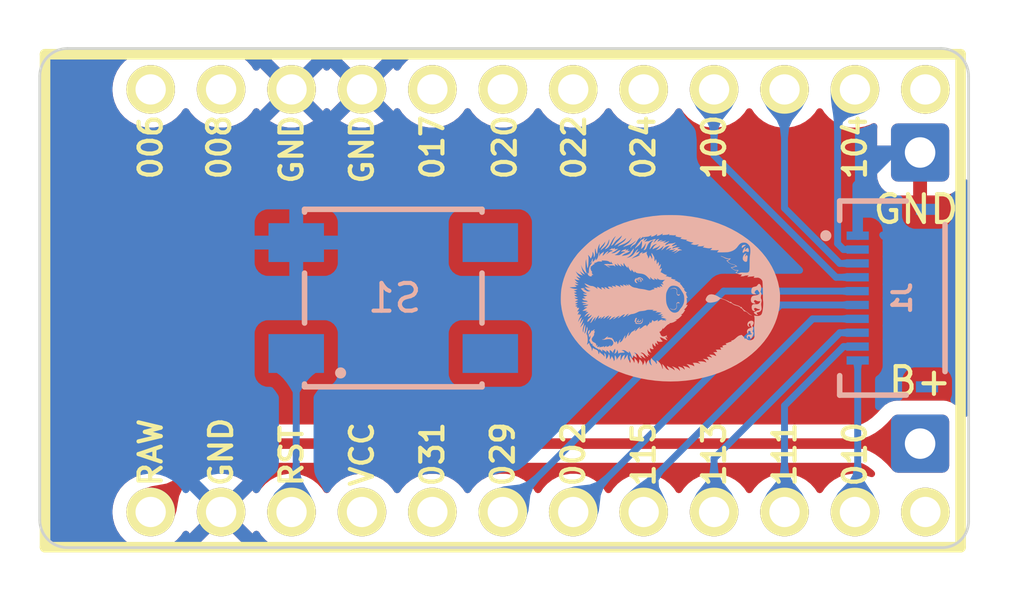
<source format=kicad_pcb>
(kicad_pcb (version 20221018) (generator pcbnew)
  (layers (0 "F.Cu" signal) (31 "B.Cu" signal) (34 "B.Paste" user) (35 "F.Paste" user) (36 "B.SilkS" user "B.Silkscreen") (37 "F.SilkS" user "F.Silkscreen") (38 "B.Mask" user) (39 "F.Mask" user) (44 "Edge.Cuts" user))
  (net 0 "")
  (net 1 "Column1")
  (net 2 "Column2")
  (net 3 "Column3")
  (net 4 "Column4")
  (net 5 "Column5")
  (net 6 "Column6")
  (net 7 "Row3")
  (net 8 "Row2")
  (net 9 "Row1")
  (net 10 "GND")
  (net 11 "B+")
  (net 12 "Net-(U1-RST)")
  (footprint "nice_nano:nice_nano" (layer "F.Cu") (at 113.97 109.095)
    (fp_text reference "U1" hide)
    (fp_text value "nice_nano" hide)
    (fp_text user "GND" (at -4.89 -5.461 90) (layer "F.SilkS") (effects (font (size 0.8 0.8))))
    (fp_text user "RAW" (at -9.97 5.473715 90) (layer "F.SilkS") (effects (font (size 0.8 0.8))))
    (fp_text user "029" (at 2.73 5.537191 90) (layer "F.SilkS") (effects (font (size 0.8 0.8))))
    (fp_text user "022" (at 5.3 -5.53719 90) (layer "F.SilkS") (effects (font (size 0.8 0.8))))
    (fp_text user "GND" (at -2.35 -5.461 90) (layer "F.SilkS") (effects (font (size 0.8 0.8))))
    (fp_text user "020" (at 2.8 -5.53719 90) (layer "F.SilkS") (effects (font (size 0.8 0.8))))
    (fp_text user "GND" (at -7.43 5.454667 90) (layer "F.SilkS") (effects (font (size 0.8 0.8))))
    (fp_text user "113" (at 10.35 5.537191 90) (layer "F.SilkS") (effects (font (size 0.8 0.8))))
    (fp_text user "100" (at 10.35 -5.53719 90) (layer "F.SilkS") (effects (font (size 0.8 0.8))))
    (fp_text user "002" (at 5.27 5.537191 90) (layer "F.SilkS") (effects (font (size 0.8 0.8))))
    (fp_text user "VCC" (at -2.35 5.537191 90) (layer "F.SilkS") (effects (font (size 0.8 0.8))))
    (fp_text user "010" (at 15.43 5.537191 90) (layer "F.SilkS") (effects (font (size 0.8 0.8))))
    (fp_text user "104" (at 15.43 -5.53719 90) (layer "F.SilkS") (effects (font (size 0.8 0.8))))
    (fp_text user "111" (at 12.89 5.537191 90) (layer "F.SilkS") (effects (font (size 0.8 0.8))))
    (fp_text user "RST" (at -4.89 5.588 90) (layer "F.SilkS") (effects (font (size 0.8 0.8))))
    (fp_text user "115" (at 7.81 5.537191 90) (layer "F.SilkS") (effects (font (size 0.8 0.8))))
    (fp_text user "031" (at 0.19 5.537191 90) (layer "F.SilkS") (effects (font (size 0.8 0.8))))
    (fp_text user "008" (at -7.5 -5.53719 90) (layer "F.SilkS") (effects (font (size 0.8 0.8))))
    (fp_text user "017" (at 0.19 -5.53719 90) (layer "F.SilkS") (effects (font (size 0.8 0.8))))
    (fp_text user "024" (at 7.8 -5.53719 90) (layer "F.SilkS") (effects (font (size 0.8 0.8))))
    (fp_text user "006" (at -9.97 -5.53719 90) (layer "F.SilkS") (effects (font (size 0.8 0.8))))
    (pad "1" thru_hole circle (at -9.97 -7.62 180) (size 1.7526 1.7526) (drill 1.0922) (layers "*.Cu" "*.Mask" "F.SilkS"))
    (pad "2" thru_hole circle (at -7.43 -7.62 180) (size 1.7526 1.7526) (drill 1.0922) (layers "*.Cu" "*.Mask" "F.SilkS"))
    (pad "3" thru_hole circle (at -4.89 -7.62 180) (size 1.7526 1.7526) (drill 1.0922) (layers "*.Cu" "*.Mask" "F.SilkS") (net 10 "GND"))
    (pad "4" thru_hole circle (at -2.35 -7.62 180) (size 1.7526 1.7526) (drill 1.0922) (layers "*.Cu" "*.Mask" "F.SilkS") (net 10 "GND"))
    (pad "5" thru_hole circle (at 0.19 -7.62 180) (size 1.7526 1.7526) (drill 1.0922) (layers "*.Cu" "*.Mask" "F.SilkS"))
    (pad "6" thru_hole circle (at 2.73 -7.62 180) (size 1.7526 1.7526) (drill 1.0922) (layers "*.Cu" "*.Mask" "F.SilkS"))
    (pad "7" thru_hole circle (at 5.27 -7.62 180) (size 1.7526 1.7526) (drill 1.0922) (layers "*.Cu" "*.Mask" "F.SilkS"))
    (pad "8" thru_hole circle (at 7.81 -7.62 180) (size 1.7526 1.7526) (drill 1.0922) (layers "*.Cu" "*.Mask" "F.SilkS"))
    (pad "9" thru_hole circle (at 10.35 -7.62 180) (size 1.7526 1.7526) (drill 1.0922) (layers "*.Cu" "*.Mask" "F.SilkS") (net 7 "Row3"))
    (pad "10" thru_hole circle (at 12.89 -7.62 180) (size 1.7526 1.7526) (drill 1.0922) (layers "*.Cu" "*.Mask" "F.SilkS") (net 8 "Row2"))
    (pad "11" thru_hole circle (at 15.43 -7.62 180) (size 1.7526 1.7526) (drill 1.0922) (layers "*.Cu" "*.Mask" "F.SilkS") (net 9 "Row1"))
    (pad "12" thru_hole circle (at 17.97 -7.62 180) (size 1.7526 1.7526) (drill 1.0922) (layers "*.Cu" "*.Mask" "F.SilkS"))
    (pad "13" thru_hole circle (at 17.97 7.62 180) (size 1.7526 1.7526) (drill 1.0922) (layers "*.Cu" "*.Mask" "F.SilkS"))
    (pad "14" thru_hole circle (at 15.43 7.62 180) (size 1.7526 1.7526) (drill 1.0922) (layers "*.Cu" "*.Mask" "F.SilkS") (net 6 "Column6"))
    (pad "15" thru_hole circle (at 12.89 7.62 180) (size 1.7526 1.7526) (drill 1.0922) (layers "*.Cu" "*.Mask" "F.SilkS") (net 5 "Column5"))
    (pad "16" thru_hole circle (at 10.35 7.62 180) (size 1.7526 1.7526) (drill 1.0922) (layers "*.Cu" "*.Mask" "F.SilkS") (net 4 "Column4"))
    (pad "17" thru_hole circle (at 7.81 7.62 180) (size 1.7526 1.7526) (drill 1.0922) (layers "*.Cu" "*.Mask" "F.SilkS") (net 3 "Column3"))
    (pad "18" thru_hole circle (at 5.27 7.62 180) (size 1.7526 1.7526) (drill 1.0922) (layers "*.Cu" "*.Mask" "F.SilkS") (net 2 "Column2"))
    (pad "19" thru_hole circle (at 2.73 7.62 180) (size 1.7526 1.7526) (drill 1.0922) (layers "*.Cu" "*.Mask" "F.SilkS") (net 1 "Column1"))
    (pad "20" thru_hole circle (at 0.19 7.62 180) (size 1.7526 1.7526) (drill 1.0922) (layers "*.Cu" "*.Mask" "F.SilkS"))
    (pad "21" thru_hole circle (at -2.35 7.62 180) (size 1.7526 1.7526) (drill 1.0922) (layers "*.Cu" "*.Mask" "F.SilkS"))
    (pad "22" thru_hole circle (at -4.89 7.62 180) (size 1.7526 1.7526) (drill 1.0922) (layers "*.Cu" "*.Mask" "F.SilkS") (net 12 "Net-(U1-RST)"))
    (pad "23" thru_hole circle (at -7.43 7.62 180) (size 1.7526 1.7526) (drill 1.0922) (layers "*.Cu" "*.Mask" "F.SilkS") (net 10 "GND"))
    (pad "24" thru_hole circle (at -9.97 7.62 180) (size 1.7526 1.7526) (drill 1.0922) (layers "*.Cu" "*.Mask" "F.SilkS") (net 11 "B+"))
  )
  (footprint "Connector_Wire:SolderWire-0.5sqmm_1x01_D0.9mm_OD2.1mm" (layer "F.Cu") (at 131.75 114.25)
    (fp_text reference "B+" (at 0 -2.25) (layer "F.SilkS"))
    (fp_text value "B+" hide)
    (pad "1" thru_hole roundrect (at 0 0) (size 2.1 2.1) (drill 1.1) (layers "*.Cu" "*.Mask") (roundrect_rratio 0.119048) (net 11 "B+"))
  )
  (footprint "Connector_Wire:SolderWire-0.5sqmm_1x01_D0.9mm_OD2.1mm" (layer "F.Cu") (at 131.75 103.75)
    (fp_text reference "GND" (at -0.15 2.05) (layer "F.SilkS"))
    (fp_text value "Conn_01x01" hide)
    (pad "1" thru_hole roundrect (at 0 0) (size 2.1 2.1) (drill 1.1) (layers "*.Cu" "*.Mask") (roundrect_rratio 0.119048) (net 10 "GND"))
  )
  (footprint "ResetSwitch:430471035826" (layer "B.Cu") (at 112.75 109)
    (property "VALUE" "430471035826")
    (fp_text reference "S1" (at 0.05 0) (layer "B.SilkS") (effects (justify mirror)))
    (fp_text value "430471035826")
    (pad "1" smd rect (at -3.5 2) (size 2 1.4) (layers "B.Cu" "B.Paste" "B.Mask") (net 12 "Net-(U1-RST)"))
    (pad "2" smd rect (at 3.5 2) (size 2 1.4) (layers "B.Cu" "B.Paste" "B.Mask"))
    (pad "3" smd rect (at -3.5 -2) (size 2 1.4) (layers "B.Cu" "B.Paste" "B.Mask") (net 10 "GND"))
    (pad "4" smd rect (at 3.5 -2) (size 2 1.4) (layers "B.Cu" "B.Paste" "B.Mask"))
  )
  (footprint "art:baby_badger" (layer "B.Cu") (at 122.75 109 -90)
    (fp_text reference "G***" hide)
    (fp_text value "LOGO" hide)
  )
  (footprint "connector:GCT_FFC2B28-10-G" (layer "B.Cu") (at 130.75 109 -90)
    (fp_text reference "J1" (at 0 -0.35 90) (layer "B.SilkS") (effects (font (size 0.64 0.64)) (justify mirror)))
    (fp_text value "Conn_01x10_Socket" hide)
    (pad "1" smd rect (at -2.25 1.25 270) (size 0.3 0.8) (layers "B.Cu" "B.Paste" "B.Mask") (net 10 "GND"))
    (pad "2" smd rect (at -1.75 1.25 270) (size 0.3 0.8) (layers "B.Cu" "B.Paste" "B.Mask") (net 9 "Row1"))
    (pad "3" smd rect (at -1.25 1.25 270) (size 0.3 0.8) (layers "B.Cu" "B.Paste" "B.Mask") (net 8 "Row2"))
    (pad "4" smd rect (at -0.75 1.25 270) (size 0.3 0.8) (layers "B.Cu" "B.Paste" "B.Mask") (net 7 "Row3"))
    (pad "5" smd rect (at -0.25 1.25 270) (size 0.3 0.8) (layers "B.Cu" "B.Paste" "B.Mask") (net 1 "Column1"))
    (pad "6" smd rect (at 0.25 1.25 270) (size 0.3 0.8) (layers "B.Cu" "B.Paste" "B.Mask") (net 2 "Column2"))
    (pad "7" smd rect (at 0.75 1.25 270) (size 0.3 0.8) (layers "B.Cu" "B.Paste" "B.Mask") (net 3 "Column3"))
    (pad "8" smd rect (at 1.25 1.25 270) (size 0.3 0.8) (layers "B.Cu" "B.Paste" "B.Mask") (net 4 "Column4"))
    (pad "9" smd rect (at 1.75 1.25 270) (size 0.3 0.8) (layers "B.Cu" "B.Paste" "B.Mask") (net 5 "Column5"))
    (pad "10" smd rect (at 2.25 1.25 270) (size 0.3 0.8) (layers "B.Cu" "B.Paste" "B.Mask") (net 6 "Column6"))
    (pad "S1" smd rect (at -3.2 -1.25 270) (size 0.4 0.8) (layers "B.Cu" "B.Paste" "B.Mask"))
    (pad "S2" smd rect (at 3.2 -1.25 270) (size 0.4 0.8) (layers "B.Cu" "B.Paste" "B.Mask"))
  )
  (gr_line (start 133.5 101) (end 133.50096 117.042893) (stroke (width 0.1)) (layer "Edge.Cuts"))
  (gr_line (start 101 118) (end 132.5 118) (stroke (width 0.1)) (layer "Edge.Cuts"))
  (gr_line (start 101 100) (end 132.5 100) (stroke (width 0.1)) (layer "Edge.Cuts"))
  (gr_line (start 100 101) (end 100 117) (stroke (width 0.1)) (layer "Edge.Cuts"))
  (gr_arc (start 133.50096 117.042893) (mid 133.20501 117.735348) (end 132.5 117.999999) (stroke (width 0.1)) (layer "Edge.Cuts"))
  (gr_arc (start 132.5 100) (mid 133.207107 100.292893) (end 133.5 101) (stroke (width 0.1)) (layer "Edge.Cuts"))
  (gr_arc (start 100 101) (mid 100.292893 100.292893) (end 101 100) (stroke (width 0.1)) (layer "Edge.Cuts"))
  (gr_arc (start 101 118) (mid 100.292893 117.707107) (end 100 117) (stroke (width 0.1)) (layer "Edge.Cuts"))
  (segment (start 129.5 108.75) (end 124.665 108.75) (width 0.25) (layer "B.Cu") (net 1))
  (segment (start 124.665 108.75) (end 116.7 116.715) (width 0.25) (layer "B.Cu") (net 1))
  (segment (start 129.5 109.25) (end 126.705 109.25) (width 0.25) (layer "B.Cu") (net 2))
  (segment (start 126.705 109.25) (end 119.24 116.715) (width 0.25) (layer "B.Cu") (net 2))
  (segment (start 129.5 109.75) (end 127.8735 109.75) (width 0.25) (layer "B.Cu") (net 3))
  (segment (start 121.78 115.8435) (end 121.78 116.715) (width 0.25) (layer "B.Cu") (net 3))
  (segment (start 127.8735 109.75) (end 121.78 115.8435) (width 0.25) (layer "B.Cu") (net 3))
  (segment (start 124.32 114.783984) (end 124.32 116.715) (width 0.25) (layer "B.Cu") (net 4))
  (segment (start 128.853984 110.25) (end 129.5 110.25) (width 0.25) (layer "B.Cu") (net 4))
  (segment (start 128.853984 110.25) (end 124.32 114.783984) (width 0.25) (layer "B.Cu") (net 4))
  (segment (start 128.99038 110.75) (end 126.86 112.88038) (width 0.25) (layer "B.Cu") (net 5))
  (segment (start 129.5 110.75) (end 128.99038 110.75) (width 0.25) (layer "B.Cu") (net 5))
  (segment (start 126.86 112.88038) (end 126.86 116.715) (width 0.25) (layer "B.Cu") (net 5))
  (segment (start 129.5 111.25) (end 129.5 116.615) (width 0.25) (layer "B.Cu") (net 6))
  (segment (start 129.5 116.615) (end 129.4 116.715) (width 0.25) (layer "B.Cu") (net 6))
  (segment (start 128.717588 108.25) (end 124.32 103.852412) (width 0.25) (layer "B.Cu") (net 7))
  (segment (start 124.32 103.852412) (end 124.32 101.475) (width 0.25) (layer "B.Cu") (net 7))
  (segment (start 129.5 108.25) (end 128.717588 108.25) (width 0.25) (layer "B.Cu") (net 7))
  (segment (start 128.853984 107.75) (end 126.86 105.756016) (width 0.25) (layer "B.Cu") (net 8))
  (segment (start 126.86 105.756016) (end 126.86 101.475) (width 0.25) (layer "B.Cu") (net 8))
  (segment (start 129.5 107.75) (end 128.853984 107.75) (width 0.25) (layer "B.Cu") (net 8))
  (segment (start 129.5 107.25) (end 128.99038 107.25) (width 0.25) (layer "B.Cu") (net 9))
  (segment (start 128.775 102.1) (end 129.4 101.475) (width 0.25) (layer "B.Cu") (net 9))
  (segment (start 128.99038 107.25) (end 128.775 107.03462) (width 0.25) (layer "B.Cu") (net 9))
  (segment (start 128.775 107.03462) (end 128.775 102.1) (width 0.25) (layer "B.Cu") (net 9))
  (segment (start 131.75 103.75) (end 130.700001 103.75) (width 0.381) (layer "B.Cu") (net 10))
  (segment (start 129.5 104.950001) (end 129.5 106.7095) (width 0.381) (layer "B.Cu") (net 10))
  (segment (start 130.700001 103.75) (end 129.5 104.950001) (width 0.381) (layer "B.Cu") (net 10))
  (segment (start 106.465 114.25) (end 104 116.715) (width 0.381) (layer "F.Cu") (net 11))
  (segment (start 131.75 114.25) (end 106.465 114.25) (width 0.381) (layer "F.Cu") (net 11))
  (segment (start 109.25 111) (end 109.25 116.545) (width 0.25) (layer "B.Cu") (net 12))
  (segment (start 109.25 116.545) (end 109.08 116.715) (width 0.25) (layer "B.Cu") (net 12))
  (zone (net 10) (net_name "GND") (layers "F&B.Cu") (connect_pads (clearance 0.5)) (min_thickness 0.25) (fill yes (thermal_gap 0.5) (thermal_bridge_width 0.5))
    (polygon (pts (xy 99 98.25) (xy 135.5 98.25) (xy 135.5 119.75) (xy 99 120)))
  )
)
</source>
